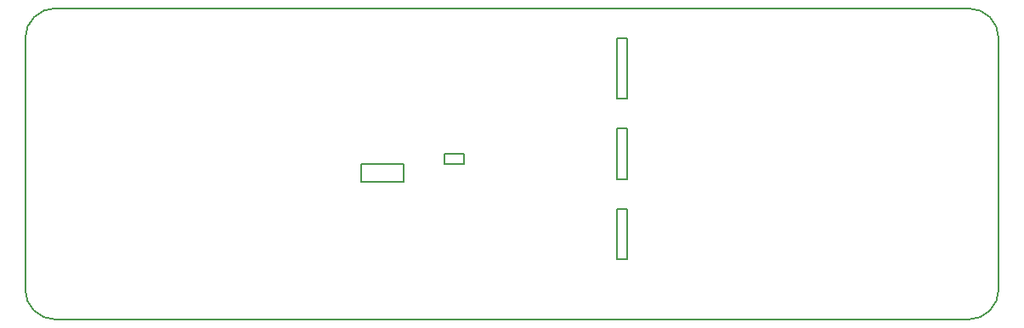
<source format=gbr>
G04 #@! TF.GenerationSoftware,KiCad,Pcbnew,(5.0.1)-3*
G04 #@! TF.CreationDate,2021-02-16T20:13:23+05:45*
G04 #@! TF.ProjectId,Power,506F7765722E6B696361645F70636200,rev?*
G04 #@! TF.SameCoordinates,Original*
G04 #@! TF.FileFunction,Profile,NP*
%FSLAX46Y46*%
G04 Gerber Fmt 4.6, Leading zero omitted, Abs format (unit mm)*
G04 Created by KiCad (PCBNEW (5.0.1)-3) date 2/16/2021 8:13:23 PM*
%MOMM*%
%LPD*%
G01*
G04 APERTURE LIST*
%ADD10C,0.200000*%
%ADD11C,0.150000*%
G04 APERTURE END LIST*
D10*
X186750000Y-55500000D02*
X186750000Y-54500000D01*
X188750000Y-55500000D02*
X186750000Y-55500000D01*
X188750000Y-54500000D02*
X188750000Y-55500000D01*
X186750000Y-54500000D02*
X188750000Y-54500000D01*
X178500000Y-57250000D02*
X178500000Y-55500000D01*
X182750000Y-57250000D02*
X178500000Y-57250000D01*
X182750000Y-55500000D02*
X182750000Y-57250000D01*
X178500000Y-55500000D02*
X182750000Y-55500000D01*
D11*
X239000000Y-40000000D02*
G75*
G02X242000000Y-43000000I0J-3000000D01*
G01*
X242000000Y-68000000D02*
G75*
G02X239000000Y-71000000I-3000000J0D01*
G01*
X148000000Y-71000000D02*
G75*
G02X145000000Y-68000000I0J3000000D01*
G01*
X145000000Y-43000000D02*
G75*
G02X148000000Y-40000000I3000000J0D01*
G01*
X145000000Y-68000000D02*
X145000000Y-43000000D01*
X239000000Y-71000000D02*
X148000000Y-71000000D01*
X242000000Y-43000000D02*
X242000000Y-68000000D01*
X148000000Y-40000000D02*
X239000000Y-40000000D01*
X204000000Y-65000000D02*
X204000000Y-60000000D01*
X205000000Y-65000000D02*
X204000000Y-65000000D01*
X205000000Y-60000000D02*
X205000000Y-65000000D01*
X204000000Y-60000000D02*
X205000000Y-60000000D01*
X204000000Y-57000000D02*
X204000000Y-52000000D01*
X205000000Y-57000000D02*
X204000000Y-57000000D01*
X205000000Y-52000000D02*
X205000000Y-57000000D01*
X204000000Y-52000000D02*
X205000000Y-52000000D01*
X204000000Y-49000000D02*
X204000000Y-43000000D01*
X205000000Y-49000000D02*
X204000000Y-49000000D01*
X205000000Y-43000000D02*
X205000000Y-49000000D01*
X204000000Y-43000000D02*
X205000000Y-43000000D01*
M02*

</source>
